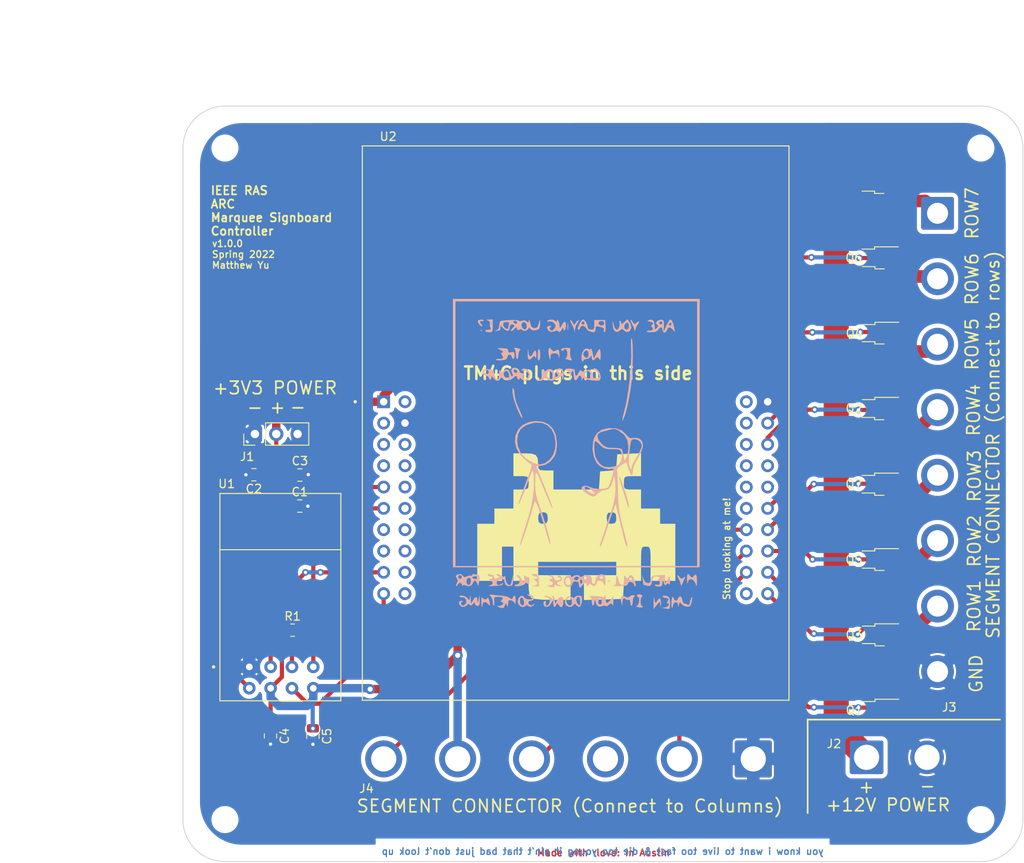
<source format=kicad_pcb>
(kicad_pcb (version 20211014) (generator pcbnew)
  (title_block (title "Marquee Signboard Controller") (date "2022-04-03") (rev "v1.0.0") (company "IEEE RAS UT") (comment 1 "Matthew Yu") (comment 2 "Launchpad Version"))
  (layers (0 "F.Cu" signal) (31 "B.Cu" signal) (34 "B.Paste" user) (35 "F.Paste" user) (36 "B.SilkS" user "B.Silkscreen") (37 "F.SilkS" user "F.Silkscreen") (38 "B.Mask" user) (39 "F.Mask" user) (44 "Edge.Cuts" user))
  (net 0 "")
  (net 1 "+3V3")
  (net 2 "GND")
  (net 3 "+12V")
  (net 4 "/ROW_PWR_7")
  (net 5 "/ROW_PWR_6")
  (net 6 "/ROW_PWR_5")
  (net 7 "/ROW_PWR_4")
  (net 8 "/ROW_PWR_3")
  (net 9 "/ROW_PWR_2")
  (net 10 "/ROW_PWR_1")
  (net 11 "/SEGMENT_STROBE")
  (net 13 "/SEGMENT_CLOCK")
  (net 14 "/SEGMENT_DATA")
  (net 15 "/ROW_EN_7")
  (net 16 "/ROW_EN_3")
  (net 17 "/ROW_EN_6")
  (net 18 "/ROW_EN_2")
  (net 19 "/ROW_EN_5")
  (net 20 "/ROW_EN_1")
  (net 21 "/ROW_EN_4")
  (net 22 "Net-(R1-Pad2)")
  (net 23 "/ESP_RXD")
  (net 24 "/ESP_IO2")
  (net 25 "/ESP_TXD")
  (net 26 "/~{ESP_RST}")
  (footprint "Capacitor_SMD:C_0805_2012Metric" (layer "F.Cu") (at 25.42 90.04 -90)
    (fp_text reference "C4" (at 0 -1.68 90) (layer "F.SilkS"))
    (fp_text value "1uF")
    (pad "1" smd roundrect (at -0.95 0 270) (size 1 1.45) (layers "F.Cu" "F.Paste" "F.Mask") (net 1 "+3V3"))
    (pad "2" smd roundrect (at 0.95 0 270) (size 1 1.45) (layers "F.Cu" "F.Paste" "F.Mask") (net 2 "GND"))
  )
  (footprint "Connector_PinHeader_2.54mm:PinHeader_1x03_P2.54mm_Vertical" (layer "F.Cu") (at 23.5675 54.065 90)
    (fp_text reference "J1" (at -2.7 -0.93 180) (layer "F.SilkS"))
    (fp_text value "Conn_01x03")
    (pad "1" thru_hole rect (at 0 0 90) (size 1.7 1.7) (drill 1) (layers *.Cu *.Mask) (net 2 "GND"))
    (pad "2" thru_hole oval (at 0 2.54 90) (size 1.7 1.7) (drill 1) (layers *.Cu *.Mask) (net 1 "+3V3"))
    (pad "3" thru_hole oval (at 0 5.08 90) (size 1.7 1.7) (drill 1) (layers *.Cu *.Mask) (net 2 "GND"))
  )
  (footprint "Connector_Wire:SolderWire-2.5sqmm_1x06_P8.8mm_D2.4mm_OD4.4mm" (layer "F.Cu") (at 82.9025 92.77 180)
    (fp_text reference "J4" (at 46.055 -3.535) (layer "F.SilkS"))
    (fp_text value "Conn_01x06")
    (pad "1" thru_hole roundrect (at 0 0 180) (size 4.4 4.4) (drill 3) (layers *.Cu *.Mask) (roundrect_rratio 0.056818) (net 2 "GND"))
    (pad "2" thru_hole circle (at 8.8 0 180) (size 4.4 4.4) (drill 3) (layers *.Cu *.Mask) (net 11 "/SEGMENT_STROBE"))
    (pad "3" thru_hole circle (at 17.6 0 180) (size 4.4 4.4) (drill 3) (layers *.Cu *.Mask))
    (pad "4" thru_hole circle (at 26.4 0 180) (size 4.4 4.4) (drill 3) (layers *.Cu *.Mask) (net 13 "/SEGMENT_CLOCK"))
    (pad "5" thru_hole circle (at 35.2 0 180) (size 4.4 4.4) (drill 3) (layers *.Cu *.Mask) (net 1 "+3V3"))
    (pad "6" thru_hole circle (at 44 0 180) (size 4.4 4.4) (drill 3) (layers *.Cu *.Mask) (net 14 "/SEGMENT_DATA"))
  )
  (footprint "Capacitor_SMD:C_0805_2012Metric" (layer "F.Cu") (at 28.925 58.955)
    (fp_text reference "C3" (at 0 -1.68) (layer "F.SilkS"))
    (fp_text value "100nF")
    (pad "1" smd roundrect (at -0.95 0) (size 1 1.45) (layers "F.Cu" "F.Paste" "F.Mask") (net 1 "+3V3"))
    (pad "2" smd roundrect (at 0.95 0) (size 1 1.45) (layers "F.Cu" "F.Paste" "F.Mask") (net 2 "GND"))
  )
  (footprint "Footprints:SolderWire-2sqmm_1x08_P7.8mm_D2mm_OD3.9mm" (layer "F.Cu") (at 104.8425 27.77 -90)
    (fp_text reference "J3" (at 58.855 -1.395 180) (layer "F.SilkS"))
    (fp_text value "Conn_01x08")
    (pad "1" thru_hole roundrect (at 0 0 270) (size 3.9 3.9) (drill 2.5) (layers *.Cu *.Mask) (roundrect_rratio 0.064103) (net 10 "/ROW_PWR_1"))
    (pad "2" thru_hole circle (at 7.8 0 270) (size 3.9 3.9) (drill 2.5) (layers *.Cu *.Mask) (net 9 "/ROW_PWR_2"))
    (pad "3" thru_hole circle (at 15.6 0 270) (size 3.9 3.9) (drill 2.5) (layers *.Cu *.Mask) (net 8 "/ROW_PWR_3"))
    (pad "4" thru_hole circle (at 23.4 0 270) (size 3.9 3.9) (drill 2.5) (layers *.Cu *.Mask) (net 7 "/ROW_PWR_4"))
    (pad "5" thru_hole circle (at 31.2 0 270) (size 3.9 3.9) (drill 2.5) (layers *.Cu *.Mask) (net 6 "/ROW_PWR_5"))
    (pad "6" thru_hole circle (at 39 0 270) (size 3.9 3.9) (drill 2.5) (layers *.Cu *.Mask) (net 5 "/ROW_PWR_6"))
    (pad "7" thru_hole circle (at 46.8 0 270) (size 3.9 3.9) (drill 2.5) (layers *.Cu *.Mask) (net 4 "/ROW_PWR_7"))
    (pad "8" thru_hole circle (at 54.6 0 270) (size 3.9 3.9) (drill 2.5) (layers *.Cu *.Mask) (net 2 "GND"))
  )
  (footprint "Footprints:XCVR_ESP8266-01_ESP-01" (layer "F.Cu") (at 26.7075 73.5)
    (fp_text reference "U1" (at -6.5025 -13.495) (layer "F.SilkS"))
    (fp_text value "ESP8266-01/ESP-01")
    (pad "1" thru_hole rect locked (at -3.81 8.31) (size 1.5 1.5) (drill 0.8) (layers *.Cu *.Mask) (net 2 "GND"))
    (pad "2" thru_hole circle locked (at -1.27 8.31) (size 1.5 1.5) (drill 0.8) (layers *.Cu *.Mask) (net 24 "/ESP_IO2"))
    (pad "3" thru_hole circle locked (at 1.27 8.31) (size 1.5 1.5) (drill 0.8) (layers *.Cu *.Mask) (net 22 "Net-(R1-Pad2)"))
    (pad "4" thru_hole circle locked (at 3.81 8.31) (size 1.5 1.5) (drill 0.8) (layers *.Cu *.Mask) (net 23 "/ESP_RXD"))
    (pad "5" thru_hole circle locked (at -3.81 10.85) (size 1.5 1.5) (drill 0.8) (layers *.Cu *.Mask) (net 25 "/ESP_TXD"))
    (pad "6" thru_hole circle locked (at -1.27 10.85) (size 1.5 1.5) (drill 0.8) (layers *.Cu *.Mask) (net 1 "+3V3"))
    (pad "7" thru_hole circle locked (at 1.27 10.85) (size 1.5 1.5) (drill 0.8) (layers *.Cu *.Mask) (net 26 "/~{ESP_RST}"))
    (pad "8" thru_hole circle locked (at 3.81 10.85) (size 1.5 1.5) (drill 0.8) (layers *.Cu *.Mask) (net 1 "+3V3"))
  )
  (footprint "MountingHole:MountingHole_2.2mm_M2" (layer "F.Cu") (at 20 20)
    (fp_text reference "H1" hide)
    (fp_text value "MountingHole")
    (pad "" np_thru_hole circle (at 0 0) (size 2.2 2.2) (drill 2.2) (layers *.Cu *.Mask))
  )
  (footprint "Capacitor_SMD:C_0805_2012Metric" (layer "F.Cu") (at 23.445 58.9175 180)
    (fp_text reference "C2" (at 0 -1.68) (layer "F.SilkS"))
    (fp_text value "1uF")
    (pad "1" smd roundrect (at -0.95 0 180) (size 1 1.45) (layers "F.Cu" "F.Paste" "F.Mask") (net 1 "+3V3"))
    (pad "2" smd roundrect (at 0.95 0 180) (size 1 1.45) (layers "F.Cu" "F.Paste" "F.Mask") (net 2 "GND"))
  )
  (footprint "Package_TO_SOT_SMD:TO-252-3_TabPin2" (layer "F.Cu") (at 94.9275 37.575 180)
    (fp_text reference "Q4" (at 0 -4.5) (layer "F.SilkS"))
    (fp_text value "MJD6039")
    (pad "1" smd rect (at -4.2 -2.28 180) (size 2.2 1.2) (layers "F.Cu" "F.Paste" "F.Mask") (net 18 "/ROW_EN_2"))
    (pad "2" smd rect (at 2.1 0 180) (size 6.4 5.8) (layers "F.Cu" "F.Mask") (net 3 "+12V"))
    (pad "2" smd rect (at -4.2 0 180) (size 2.2 1.2) (layers "F.Cu" "F.Paste" "F.Mask") (net 3 "+12V"))
    (pad "3" smd rect (at -4.2 2.28 180) (size 2.2 1.2) (layers "F.Cu" "F.Paste" "F.Mask") (net 9 "/ROW_PWR_2"))
  )
  (footprint "Footprints:MODULE_EK-TM4C123GXL" (layer "F.Cu") (at 61.755 52.765)
    (fp_text reference "U2" (at -22.325 -34.135) (layer "F.SilkS"))
    (fp_text value "EK-TM4C123GXL")
    (pad "J1_1" thru_hole rect locked (at -22.86 -2.54) (size 1.52 1.52) (drill 0.89) (layers *.Cu *.Mask) (net 1 "+3V3"))
    (pad "J1_2" thru_hole circle locked (at -22.86 0) (size 1.52 1.52) (drill 0.89) (layers *.Cu *.Mask))
    (pad "J1_3" thru_hole circle locked (at -22.86 2.54) (size 1.52 1.52) (drill 0.89) (layers *.Cu *.Mask))
    (pad "J1_4" thru_hole circle locked (at -22.86 5.08) (size 1.52 1.52) (drill 0.89) (layers *.Cu *.Mask))
    (pad "J1_5" thru_hole circle locked (at -22.86 7.62) (size 1.52 1.52) (drill 0.89) (layers *.Cu *.Mask) (net 25 "/ESP_TXD"))
    (pad "J1_6" thru_hole circle locked (at -22.86 10.16) (size 1.52 1.52) (drill 0.89) (layers *.Cu *.Mask) (net 23 "/ESP_RXD"))
    (pad "J1_7" thru_hole circle locked (at -22.86 12.7) (size 1.52 1.52) (drill 0.89) (layers *.Cu *.Mask))
    (pad "J1_8" thru_hole circle locked (at -22.86 15.24) (size 1.52 1.52) (drill 0.89) (layers *.Cu *.Mask))
    (pad "J1_9" thru_hole circle locked (at -22.86 17.78) (size 1.52 1.52) (drill 0.89) (layers *.Cu *.Mask) (net 24 "/ESP_IO2"))
    (pad "J1_10" thru_hole circle locked (at -22.86 20.32) (size 1.52 1.52) (drill 0.89) (layers *.Cu *.Mask) (net 26 "/~{ESP_RST}"))
    (pad "J2_1" thru_hole circle locked (at 22.86 -2.54) (size 1.52 1.52) (drill 0.89) (layers *.Cu *.Mask) (net 2 "GND"))
    (pad "J2_2" thru_hole circle locked (at 22.86 0) (size 1.52 1.52) (drill 0.89) (layers *.Cu *.Mask) (net 20 "/ROW_EN_1"))
    (pad "J2_3" thru_hole circle locked (at 22.86 2.54) (size 1.52 1.52) (drill 0.89) (layers *.Cu *.Mask) (net 18 "/ROW_EN_2"))
    (pad "J2_4" thru_hole circle locked (at 22.86 5.08) (size 1.52 1.52) (drill 0.89) (layers *.Cu *.Mask))
    (pad "J2_5" thru_hole circle locked (at 22.86 7.62) (size 1.52 1.52) (drill 0.89) (layers *.Cu *.Mask))
    (pad "J2_6" thru_hole circle locked (at 22.86 10.16) (size 1.52 1.52) (drill 0.89) (layers *.Cu *.Mask) (net 16 "/ROW_EN_3"))
    (pad "J2_7" thru_hole circle locked (at 22.86 12.7) (size 1.52 1.52) (drill 0.89) (layers *.Cu *.Mask) (net 21 "/ROW_EN_4"))
    (pad "J2_8" thru_hole circle locked (at 22.86 15.24) (size 1.52 1.52) (drill 0.89) (layers *.Cu *.Mask) (net 19 "/ROW_EN_5"))
    (pad "J2_9" thru_hole circle locked (at 22.86 17.78) (size 1.52 1.52) (drill 0.89) (layers *.Cu *.Mask) (net 17 "/ROW_EN_6"))
    (pad "J2_10" thru_hole circle locked (at 22.86 20.32) (size 1.52 1.52) (drill 0.89) (layers *.Cu *.Mask) (net 15 "/ROW_EN_7"))
    (pad "J3_1" thru_hole circle locked (at -20.32 -2.54) (size 1.52 1.52) (drill 0.89) (layers *.Cu *.Mask))
    (pad "J3_2" thru_hole circle locked (at -20.32 0) (size 1.52 1.52) (drill 0.89) (layers *.Cu *.Mask) (net 2 "GND"))
    (pad "J3_3" thru_hole circle locked (at -20.32 2.54) (size 1.52 1.52) (drill 0.89) (layers *.Cu *.Mask))
    (pad "J3_4" thru_hole circle locked (at -20.32 5.08) (size 1.52 1.52) (drill 0.89) (layers *.Cu *.Mask))
    (pad "J3_5" thru_hole circle locked (at -20.32 7.62) (size 1.52 1.52) (drill 0.89) (layers *.Cu *.Mask))
    (pad "J3_6" thru_hole circle locked (at -20.32 10.16) (size 1.52 1.52) (drill 0.89) (layers *.Cu *.Mask))
    (pad "J3_7" thru_hole circle locked (at -20.32 12.7) (size 1.52 1.52) (drill 0.89) (layers *.Cu *.Mask))
    (pad "J3_8" thru_hole circle locked (at -20.32 15.24) (size 1.52 1.52) (drill 0.89) (layers *.Cu *.Mask))
    (pad "J3_9" thru_hole circle locked (at -20.32 17.78) (size 1.52 1.52) (drill 0.89) (layers *.Cu *.Mask))
    (pad "J3_10" thru_hole circle locked (at -20.32 20.32) (size 1.52 1.52) (drill 0.89) (layers *.Cu *.Mask))
    (pad "J4_1" thru_hole circle locked (at 20.32 -2.54) (size 1.52 1.52) (drill 0.89) (layers *.Cu *.Mask))
    (pad "J4_2" thru_hole circle locked (at 20.32 0) (size 1.52 1.52) (drill 0.89) (layers *.Cu *.Mask))
    (pad "J4_3" thru_hole circle locked (at 20.32 2.54) (size 1.52 1.52) (drill 0.89) (layers *.Cu *.Mask))
    (pad "J4_4" thru_hole circle locked (at 20.32 5.08) (size 1.52 1.52) (drill 0.89) (layers *.Cu *.Mask))
    (pad "J4_5" thru_hole circle locked (at 20.32 7.62) (size 1.52 1.52) (drill 0.89) (layers *.Cu *.Mask))
    (pad "J4_6" thru_hole circle locked (at 20.32 10.16) (size 1.52 1.52) (drill 0.89) (layers *.Cu *.Mask))
    (pad "J4_7" thru_hole circle locked (at 20.32 12.7) (size 1.52 1.52) (drill 0.89) (layers *.Cu *.Mask) (net 14 "/SEGMENT_DATA"))
    (pad "J4_8" thru_hole circle locked (at 20.32 15.24) (size 1.52 1.52) (drill 0.89) (layers *.Cu *.Mask) (net 13 "/SEGMENT_CLOCK"))
    (pad "J4_9" thru_hole circle locked (at 20.32 17.78) (size 1.52 1.52) (drill 0.89) (layers *.Cu *.Mask) (net 11 "/SEGMENT_STROBE"))
    (pad "J4_10" thru_hole circle locked (at 20.32 20.32) (size 1.52 1.52) (drill 0.89) (layers *.Cu *.Mask))
  )
  (footprint "MountingHole:MountingHole_2.2mm_M2" (layer "F.Cu") (at 20 100)
    (fp_text reference "H3" hide)
    (fp_text value "MountingHole")
    (pad "" np_thru_hole circle (at 0 0) (size 2.2 2.2) (drill 2.2) (layers *.Cu *.Mask))
  )
  (footprint "Connector_Wire:SolderWire-2.5sqmm_1x02_P7.2mm_D2.4mm_OD3.6mm" (layer "F.Cu") (at 96.3925 92.585)
    (fp_text reference "J2" (at -3.875 -1.615) (layer "F.SilkS"))
    (fp_text value "Conn_01x02")
    (pad "1" thru_hole roundrect (at 0 0) (size 4 4) (drill 3) (layers *.Cu *.Mask) (roundrect_rratio 0.0625) (net 3 "+12V"))
    (pad "2" thru_hole circle (at 7.2 0) (size 4 4) (drill 3) (layers *.Cu *.Mask) (net 2 "GND"))
  )
  (footprint "Capacitor_SMD:C_0805_2012Metric" (layer "F.Cu") (at 30.47 90.075 -90)
    (fp_text reference "C5" (at 0 -1.68 90) (layer "F.SilkS"))
    (fp_text value "100nF")
    (pad "1" smd roundrect (at -0.95 0 270) (size 1 1.45) (layers "F.Cu" "F.Paste" "F.Mask") (net 1 "+3V3"))
    (pad "2" smd roundrect (at 0.95 0 270) (size 1 1.45) (layers "F.Cu" "F.Paste" "F.Mask") (net 2 "GND"))
  )
  (footprint "Package_TO_SOT_SMD:TO-252-3_TabPin2" (layer "F.Cu") (at 94.8825 55.545 180)
    (fp_text reference "Q7" (at 0 -4.5) (layer "F.SilkS"))
    (fp_text value "MJD6039")
    (pad "1" smd rect (at -4.2 -2.28 180) (size 2.2 1.2) (layers "F.Cu" "F.Paste" "F.Mask") (net 21 "/ROW_EN_4"))
    (pad "2" smd rect (at -4.2 0 180) (size 2.2 1.2) (layers "F.Cu" "F.Paste" "F.Mask") (net 3 "+12V"))
    (pad "2" smd rect (at 2.1 0 180) (size 6.4 5.8) (layers "F.Cu" "F.Mask") (net 3 "+12V"))
    (pad "3" smd rect (at -4.2 2.28 180) (size 2.2 1.2) (layers "F.Cu" "F.Paste" "F.Mask") (net 7 "/ROW_PWR_4"))
  )
  (footprint "Resistor_SMD:R_0805_2012Metric" (layer "F.Cu") (at 28.055 77.435)
    (fp_text reference "R1" (at 0 -1.65) (layer "F.SilkS"))
    (fp_text value "10k")
    (pad "1" smd roundrect (at -0.9125 0) (size 1.025 1.4) (layers "F.Cu" "F.Paste" "F.Mask") (roundrect_rratio 0.243902) (net 1 "+3V3"))
    (pad "2" smd roundrect (at 0.9125 0) (size 1.025 1.4) (layers "F.Cu" "F.Paste" "F.Mask") (roundrect_rratio 0.243902) (net 22 "Net-(R1-Pad2)"))
  )
  (footprint "MountingHole:MountingHole_2.2mm_M2" (layer "F.Cu") (at 110 100)
    (fp_text reference "H4" hide)
    (fp_text value "MountingHole")
    (pad "" np_thru_hole circle (at 0 0) (size 2.2 2.2) (drill 2.2) (layers *.Cu *.Mask))
  )
  (footprint "Package_TO_SOT_SMD:TO-252-3_TabPin2" (layer "F.Cu") (at 94.9275 82.485 180)
    (fp_text reference "Q1" (at 0 -4.5) (layer "F.SilkS"))
    (fp_text value "MJD6039")
    (pad "1" smd rect (at -4.2 -2.28 180) (size 2.2 1.2) (layers "F.Cu" "F.Paste" "F.Mask") (net 15 "/ROW_EN_7"))
    (pad "2" smd rect (at 2.1 0 180) (size 6.4 5.8) (layers "F.Cu" "F.Mask") (net 3 "+12V"))
    (pad "2" smd rect (at -4.2 0 180) (size 2.2 1.2) (layers "F.Cu" "F.Paste" "F.Mask") (net 3 "+12V"))
    (pad "3" smd rect (at -4.2 2.28 180) (size 2.2 1.2) (layers "F.Cu" "F.Paste" "F.Mask") (net 4 "/ROW_PWR_7"))
  )
  (footprint "Package_TO_SOT_SMD:TO-252-3_TabPin2" (layer "F.Cu") (at 94.8775 28.585 180)
    (fp_text reference "Q6" (at 0 -4.5) (layer "F.SilkS"))
    (fp_text value "MJD6039")
    (pad "1" smd rect (at -4.2 -2.28 180) (size 2.2 1.2) (layers "F.Cu" "F.Paste" "F.Mask") (net 20 "/ROW_EN_1"))
    (pad "2" smd rect (at 2.1 0 180) (size 6.4 5.8) (layers "F.Cu" "F.Mask") (net 3 "+12V"))
    (pad "2" smd rect (at -4.2 0 180) (size 2.2 1.2) (layers "F.Cu" "F.Paste" "F.Mask") (net 3 "+12V"))
    (pad "3" smd rect (at -4.2 2.28 180) (size 2.2 1.2) (layers "F.Cu" "F.Paste" "F.Mask") (net 10 "/ROW_PWR_1"))
  )
  (footprint "Package_TO_SOT_SMD:TO-252-3_TabPin2" (layer "F.Cu") (at 94.8925 64.545 180)
    (fp_text reference "Q5" (at 0 -4.5) (layer "F.SilkS"))
    (fp_text value "MJD6039")
    (pad "1" smd rect (at -4.2 -2.28 180) (size 2.2 1.2) (layers "F.Cu" "F.Paste" "F.Mask") (net 19 "/ROW_EN_5"))
    (pad "2" smd rect (at -4.2 0 180) (size 2.2 1.2) (layers "F.Cu" "F.Paste" "F.Mask") (net 3 "+12V"))
    (pad "2" smd rect (at 2.1 0 180) (size 6.4 5.8) (layers "F.Cu" "F.Mask") (net 3 "+12V"))
    (pad "3" smd rect (at -4.2 2.28 180) (size 2.2 1.2) (layers "F.Cu" "F.Paste" "F.Mask") (net 6 "/ROW_PWR_5"))
  )
  (footprint "MountingHole:MountingHole_2.2mm_M2" (layer "F.Cu") (at 110 20)
    (fp_text reference "H2" hide)
    (fp_text value "MountingHole")
    (pad "" np_thru_hole circle (at 0 0) (size 2.2 2.2) (drill 2.2) (layers *.Cu *.Mask))
  )
  (footprint "Package_TO_SOT_SMD:TO-252-3_TabPin2" (layer "F.Cu") (at 94.9125 73.5 180)
    (fp_text reference "Q3" (at 0 -4.5) (layer "F.SilkS"))
    (fp_text value "MJD6039")
    (pad "1" smd rect (at -4.2 -2.28 180) (size 2.2 1.2) (layers "F.Cu" "F.Paste" "F.Mask") (net 17 "/ROW_EN_6"))
    (pad "2" smd rect (at -4.2 0 180) (size 2.2 1.2) (layers "F.Cu" "F.Paste" "F.Mask") (net 3 "+12V"))
    (pad "2" smd rect (at 2.1 0 180) (size 6.4 5.8) (layers "F.Cu" "F.Mask") (net 3 "+12V"))
    (pad "3" smd rect (at -4.2 2.28 180) (size 2.2 1.2) (layers "F.Cu" "F.Paste" "F.Mask") (net 5 "/ROW_PWR_6"))
  )
  (footprint "Footprints:space_invader" (layer "F.Cu") (at 61.603215 64.530924)
    (fp_text reference "G***")
    (fp_text value "LOGO" hide)
  )
  (footprint "Capacitor_SMD:C_0805_2012Metric" (layer "F.Cu") (at 28.91 62.6475)
    (fp_text reference "C1" (at 0 -1.68) (layer "F.SilkS"))
    (fp_text value "10uF")
    (pad "1" smd roundrect (at -0.95 0) (size 1 1.45) (layers "F.Cu" "F.Paste" "F.Mask") (net 1 "+3V3"))
    (pad "2" smd roundrect (at 0.95 0) (size 1 1.45) (layers "F.Cu" "F.Paste" "F.Mask") (net 2 "GND"))
  )
  (footprint "Package_TO_SOT_SMD:TO-252-3_TabPin2" (layer "F.Cu") (at 94.9075 46.52 180)
    (fp_text reference "Q2" (at 0 -4.5) (layer "F.SilkS"))
    (fp_text value "MJD6039")
    (pad "1" smd rect (at -4.2 -2.28 180) (size 2.2 1.2) (layers "F.Cu" "F.Paste" "F.Mask") (net 16 "/ROW_EN_3"))
    (pad "2" smd rect (at -4.2 0 180) (size 2.2 1.2) (layers "F.Cu" "F.Paste" "F.Mask") (net 3 "+12V"))
    (pad "2" smd rect (at 2.1 0 180) (size 6.4 5.8) (layers "F.Cu" "F.Mask") (net 3 "+12V"))
    (pad "3" smd rect (at -4.2 2.28 180) (size 2.2 1.2) (layers "F.Cu" "F.Paste" "F.Mask") (net 8 "/ROW_PWR_3"))
  )
  (footprint "Footprints:xkcd_2576" (layer "B.Cu") (at 61.83 56.175 180)
    (fp_text reference "G***" hide)
    (fp_text value "LOGO" hide)
  )
  (gr_line (start 89.3775 88.09) (end 112.2775 88.09) (layer "F.SilkS") (width 0.2))
  (gr_line (start 89.3775 88.05) (end 89.3775 99.23) (layer "F.SilkS") (width 0.2))
  (gr_line (start 15 20) (end 15 100) (layer "Edge.Cuts") (width 0.1))
  (gr_arc (start 110 15) (mid 113.535534 16.464466) (end 115 20) (layer "Edge.Cuts") (width 0.1))
  (gr_arc (start 20 105) (mid 16.464466 103.535534) (end 15 100) (layer "Edge.Cuts") (width 0.1))
  (gr_arc (start 15 20) (mid 16.464466 16.464466) (end 20 15) (layer "Edge.Cuts") (width 0.1))
  (gr_arc (start 115 100) (mid 113.535534 103.535534) (end 110 105) (layer "Edge.Cuts") (width 0.1))
  (gr_line (start 20 105) (end 110 105) (layer "Edge.Cuts") (width 0.1))
  (gr_line (start 115 20) (end 115 100) (layer "Edge.Cuts") (width 0.1))
  (gr_line (start 20 15) (end 110 15) (layer "Edge.Cuts") (width 0.1))
  (gr_text "Made with :love: in Austin" (at 65.07 103.955) (layer "F.Cu") (effects (font (size 0.8 0.8))))
  (gr_text "you know i want to live too fast & die too young it ain't that bad just don't look up" (at 64.965 103.785) (layer "B.Cu") (effects (font (size 0.8 0.8)) (justify mirror)))
  (gr_text "ROW6" (at 108.9475 35.61 90) (layer "F.SilkS") (effects (font (size 1.5 1.5) (thickness 0.2))))
  (gr_text "SEGMENT CONNECTOR (Connect to Columns)" (at 61.0525 98.39) (layer "F.SilkS") (effects (font (size 1.5 1.5) (thickness 0.2))))
  (gr_text "TM4C plugs in this side" (at 62.045 46.835) (layer "F.SilkS") (effects (font (size 1.5 1.5) (thickness 0.3))))
  (gr_text "ROW3" (at 109.2275 59.065 90) (layer "F.SilkS") (effects (font (size 1.5 1.5) (thickness 0.2))))
  (gr_text "+" (at 26.2575 50.87) (layer "F.SilkS") (effects (font (size 1.5 1.5) (thickness 0.2))))
  (gr_text "ROW1" (at 109.1925 74.565 90) (layer "F.SilkS") (effects (font (size 1.5 1.5) (thickness 0.2))))
  (gr_text "-" (at 23.5625 50.87) (layer "F.SilkS") (effects (font (size 1.5 1.5) (thickness 0.2))))
  (gr_text "v1.0.0\nSpring 2022\nMatthew Yu" (at 18.37 32.665) (layer "F.SilkS") (effects (font (size 0.8 0.8)) (justify left)))
  (gr_text "-\n" (at 103.6425 95.975) (layer "F.SilkS") (effects (font (size 1.5 1.5) (thickness 0.2))))
  (gr_text "+3V3 POWER" (at 25.9625 48.58) (layer "F.SilkS") (effects (font (size 1.5 1.5) (thickness 0.2))))
  (gr_text "ROW5" (at 108.9475 43.365 90) (layer "F.SilkS") (effects (font (size 1.5 1.5) (thickness 0.2))))
  (gr_text "+" (at 96.3775 96.09) (layer "F.SilkS") (effects (font (size 1.5 1.5) (thickness 0.2))))
  (gr_text "ROW7" (at 108.9475 27.765 90) (layer "F.SilkS") (effects (font (size 1.5 1.5) (thickness 0.2))))
  (gr_text "Stop looking at me!" (at 79.74 67.745 90) (layer "F.SilkS") (effects (font (size 0.8 0.8))))
  (gr_text "ROW4" (at 109.1325 51.215 90) (layer "F.SilkS") (effects (font (size 1.5 1.5) (thickness 0.2))))
  (gr_text "-" (at 28.6775 50.84) (layer "F.SilkS") (effects (font (size 1.5 1.5) (thickness 0.2))))
  (gr_text "ROW2" (at 109.2275 66.82 90) (layer "F.SilkS") (effects (font (size 1.5 1.5) (thickness 0.2))))
  (gr_text "IEEE RAS\nARC\nMarquee Signboard \nController" (at 18.2 27.48) (layer "F.SilkS") (effects (font (size 1 1) (thickness 0.2)) (justify left)))
  (gr_text "+12V POWER" (at 98.9525 98.265) (layer "F.SilkS") (effects (font (size 1.5 1.5) (thickness 0.2))))
  (gr_text "GND" (at 109.4275 82.615 90) (layer "F.SilkS") (effects (font (size 1.5 1.5) (thickness 0.2))))
  (gr_text "SEGMENT CONNECTOR (Connect to rows)" (at 111.4525 55.345 90) (layer "F.SilkS") (effects (font (size 1.5 1.5) (thickness 0.2))))
  (segment (start 26.225 57.205) (end 27.975 58.955) (width 0.5) (layer "F.Cu") (net 1))
  (segment (start 26.1075 57.205) (end 26.225 57.205) (width 0.5) (layer "F.Cu") (net 1))
  (segment (start 42.29 47.57) (end 47.705 52.985) (width 1) (layer "F.Cu") (net 1))
  (segment (start 27.96 62.6475) (end 27.96 58.97) (width 0.5) (layer "F.Cu") (net 1))
  (segment (start 38.895 50.225) (end 38.895 49.455) (width 1) (layer "F.Cu") (net 1))
  (segment (start 26.1075 54.065) (end 26.1075 51.4325) (width 1) (layer "F.Cu") (net 1))
  (segment (start 26.777989 83.009511) (end 25.4375 84.35) (width 0.5) (layer "F.Cu") (net 1))
  (segment (start 27.1425 77.435) (end 26.777989 77.799511) (width 0.5) (layer "F.Cu") (net 1))
  (segment (start 37.285 84.46) (end 43.675 84.46) (width 1) (layer "F.Cu") (net 1))
  (segment (start 26.777989 77.799511) (end 26.777989 83.009511) (width 0.5) (layer "F.Cu") (net 1))
  (segment (start 26.1075 54.065) (end 26.1075 57.205) (width 0.5) (layer "F.Cu") (net 1))
  (segment (start 47.705 52.985) (end 47.705 80.43) (width 1) (layer "F.Cu") (net 1))
  (segment (start 25.4375 84.35) (end 25.4375 89.0725) (width 0.5) (layer "F.Cu") (net 1))
  (segment (start 40.78 47.57) (end 42.29 47.57) (width 1) (layer "F.Cu") (net 1))
  (segment (start 38.895 49.455) (end 40.78 47.57) (width 1) (layer "F.Cu") (net 1))
  (segment (start 43.675 84.46) (end 47.705 80.43) (width 1) (layer "F.Cu") (net 1))
  (segment (start 26.1075 51.4325) (end 27.315 50.225) (width 1) (layer "F.Cu") (net 1))
  (segment (start 26.1075 57.205) (end 24.395 58.9175) (width 0.5) (layer "F.Cu") (net 1))
  (segment (start 27.315 50.225) (end 38.895 50.225) (width 1) (layer "F.Cu") (net 1))
  (via (at 47.705 80.43) (size 1.2) (drill 0.6) (layers "F.Cu" "B.Cu") (net 1))
  (via (at 30.475 89.145) (size 0.8) (drill 0.4) (layers "F.Cu" "B.Cu") (net 1))
  (via (at 37.285 84.46) (size 1.2) (drill 0.6) (layers "F.Cu" "B.Cu") (net 1))
  (segment (start 26.41 86.465) (end 25.4375 85.4925) (width 1) (layer "B.Cu") (net 1))
  (segment (start 29.775 86.465) (end 26.41 86.465) (width 1) (layer "B.Cu") (net 1))
  (segment (start 30.5175 84.35) (end 30.5175 85.7225) (width 1) (layer "B.Cu") (net 1))
  (segment (start 30.5175 85.7225) (end 29.775 86.465) (width 1) (layer "B.Cu") (net 1))
  (segment (start 37.175 84.35) (end 37.285 84.46) (width 1) (layer "B.Cu") (net 1))
  (segment (start 47.7025 92.77) (end 47.7025 80.4325) (width 1) (layer "B.Cu") (net 1))
  (segment (start 30.5175 84.35) (end 37.175 84.35) (width 1) (layer "B.Cu") (net 1))
  (segment (start 30.445 89.21) (end 30.445 84.4225) (width 0.5) (layer "B.Cu") (net 1))
  (segment (start 25.4375 85.4925) (end 25.4375 84.35) (width 1) (layer "B.Cu") (net 1))
  (segment (start 47.7025 80.4325) (end 47.705 80.43) (width 1) (layer "B.Cu") (net 1))
  (via (at 29.92 58.905) (size 0.8) (drill 0.4) (layers "F.Cu" "B.Cu") (net 2))
  (via (at 30.475 91.03) (size 0.8) (drill 0.4) (layers "F.Cu" "B.Cu") (net 2))
  (via (at 29.87 62.66) (size 0.8) (drill 0.4) (layers "F.Cu" "B.Cu") (net 2))
  (via (at 25.425 91.01) (size 0.8) (drill 0.4) (layers "F.Cu" "B.Cu") (net 2))
  (via (at 22.495 58.9175) (size 0.8) (drill 0.4) (layers "F.Cu" "B.Cu") (net 2))
  (segment (start 99.1075 46.52) (end 92.8075 46.52) (width 1.5) (layer "F.Cu") (net 3))
  (segment (start 99.0925 64.545) (end 92.7925 64.545) (width 1.5) (layer "F.Cu") (net 3))
  (segment (start 92.7775 88.97) (end 96.3925 92.585) (width 3) (layer "F.Cu") (net 3))
  (segment (start 99.1275 37.575) (end 92.8275 37.575) (width 1.5) (layer "F.Cu") (net 3))
  (segment (start 92.7775 28.585) (end 92.7775 88.97) (width 3) (layer "F.Cu") (net 3))
  (segment (start 99.1125 73.5) (end 92.8125 73.5) (width 1.5) (layer "F.Cu") (net 3))
  (segment (start 99.0775 28.585) (end 92.7775 28.585) (width 1.5) (layer "F.Cu") (net 3))
  (segment (start 99.1275 82.485) (end 92.8275 82.485) (width 1.5) (layer "F.Cu") (net 3))
  (segment (start 99.0825 55.545) (end 92.7825 55.545) (width 1.5) (layer "F.Cu") (net 3))
  (segment (start 99.2075 80.205) (end 104.8425 74.57) (width 1.5) (layer "F.Cu") (net 4))
  (segment (start 99.1275 80.205) (end 99.2075 80.205) (width 1.5) (layer "F.Cu") (net 4))
  (segment (start 99.1125 71.22) (end 100.3925 71.22) (width 1.5) (layer "F.Cu") (net 5))
  (segment (start 100.3925 71.22) (end 104.8425 66.77) (width 1.5) (layer "F.Cu") (net 5))
  (segment (start 101.5475 62.265) (end 104.8425 58.97) (width 1.5) (layer "F.Cu") (net 6))
  (segment (start 99.0925 62.265) (end 101.5475 62.265) (width 1.5) (layer "F.Cu") (net 6))
  (segment (start 102.7475 53.265) (end 104.8425 51.17) (width 1.5) (layer "F.Cu") (net 7))
  (segment (start 99.0825 53.265) (end 102.7475 53.265) (width 1.5) (layer "F.Cu") (net 7))
  (segment (start 99.1075 44.24) (end 103.9725 44.24) (width 1.5) (layer "F.Cu") (net 8))
  (segment (start 103.9725 44.24) (end 104.8425 43.37) (width 1.5) (layer "F.Cu") (net 8))
  (segment (start 99.1275 35.295) (end 104.5675 35.295) (width 1.5) (layer "F.Cu") (net 9))
  (segment (start 99.0775 26.305) (end 103.3775 26.305) (width 1.5) (layer "F.Cu") (net 10))
  (segment (start 103.3775 26.305) (end 104.8425 27.77) (width 1.5) (layer "F.Cu") (net 10))
  (segment (start 74.1025 78.5175) (end 82.075 70.545) (width 0.5) (layer "F.Cu") (net 11))
  (segment (start 74.1025 92.77) (end 74.1025 78.5175) (width 0.5) (layer "F.Cu") (net 11))
  (segment (start 82.075 68.005) (end 57.31 92.77) (width 0.5) (layer "F.Cu") (net 13))
  (segment (start 66.2075 65.465) (end 38.9025 92.77) (width 0.5) (layer "F.Cu") (net 14))
  (segment (start 82.075 65.465) (end 66.2075 65.465) (width 0.5) (layer "F.Cu") (net 14))
  (segment (start 88.43 78.995) (end 88.43 85.56) (width 0.5) (layer "F.Cu") (net 15))
  (segment (start 95.42 86.66) (end 97.2325 86.66) (width 0.5) (layer "F.Cu") (net 15))
  (segment (start 84.615 73.085) (end 87.24 75.71) (width 0.5) (layer "F.Cu") (net 15))
  (segment (start 88.43 85.56) (end 89.49 86.62) (width 0.5) (layer "F.Cu") (net 15))
  (segment (start 89.49 86.62) (end 90.125 86.62) (width 0.5) (layer "F.Cu") (net 15))
  (segment (start 87.24 77.805) (end 88.43 78.995) (width 0.5) (layer "F.Cu") (net 15))
  (segment (start 87.24 75.71) (end 87.24 77.805) (width 0.5) (layer "F.Cu") (net 15))
  (segment (start 97.2325 86.66) (end 99.1275 84.765) (width 0.5) (layer "F.Cu") (net 15))
  (via (at 95.42 86.66) (size 0.8) (drill 0.4) (layers "F.Cu" "B.Cu") (net 15))
  (via (at 90.125 86.62) (size 0.8) (drill 0.4) (layers "F.Cu" "B.Cu") (net 15))
  (segment (start 95.38 86.62) (end 95.42 86.66) (width 0.5) (layer "B.Cu") (net 15))
  (segment (start 90.125 86.62) (end 95.38 86.62) (width 0.5) (layer "B.Cu") (net 15))
  (segment (start 89.39 51.16) (end 86.895 53.655) (width 0.5) (layer "F.Cu") (net 16))
  (segment (start 90.215 51.16) (end 89.39 51.16) (width 0.5) (layer "F.Cu") (net 16))
  (segment (start 95.43 51.2) (end 96.7075 51.2) (width 0.5) (layer "F.Cu") (net 16))
  (segment (start 86.895 60.645) (end 84.615 62.925) (width 0.5) (layer "F.Cu") (net 16))
  (segment (start 96.7075 51.2) (end 99.1075 48.8) (width 0.5) (layer "F.Cu") (net 16))
  (segment (start 86.895 53.655) (end 86.895 60.645) (width 0.5) (layer "F.Cu") (net 16))
  (via (at 90.215 51.16) (size 0.8) (drill 0.4) (layers "F.Cu" "B.Cu") (net 16))
  (via (at 95.43 51.2) (size 0.8) (drill 0.4) (layers "F.Cu" "B.Cu") (net 16))
  (segment (start 95.39 51.16) (end 95.43 51.2) (width 0.5) (layer "B.Cu") (net 16))
  (segment (start 90.215 51.16) (end 95.39 51.16) (width 0.5) (layer "B.Cu") (net 16))
  (segment (start 84.615 70.545) (end 88.585 74.515) (width 0.5) (layer "F.Cu") (net 17))
  (segment (start 88.585 76.54) (end 89.89 77.845) (width 0.5) (layer "F.Cu") (net 17))
  (segment (start 89.89 77.845) (end 90.125 77.845) (width 0.5) (layer "F.Cu") (net 17))
  (segment (start 97.485 75.78) (end 95.34 77.925) (width 0.5) (layer "F.Cu") (net 17))
  (segment (start 88.585 74.515) (end 88.585 76.54) (width 0.5) (layer "F.Cu") (net 17))
  (segment (start 99.1125 75.78) (end 97.485 75.78) (width 0.5) (layer "F.Cu") (net 17))
  (via (at 95.34 77.925) (size 0.8) (drill 0.4) (layers "F.Cu" "B.Cu") (net 17))
  (via (at 90.125 77.845) (size 0.8) (drill 0.4) (layers "F.Cu" "B.Cu") (net 17))
  (segment (start 90.205 77.925) (end 90.125 77.845) (width 0.5) (layer "B.Cu") (net 17))
  (segment (start 95.34 77.925) (end 90.205 77.925) (width 0.5) (layer "B.Cu") (net 17))
  (segment (start 87.725 51.4) (end 87.725 43.14) (width 0.5) (layer "F.Cu") (net 18))
  (segment (start 84.615 54.51) (end 87.725 51.4) (width 0.5) (layer "F.Cu") (net 18))
  (segment (start 84.615 55.305) (end 84.615 54.51) (width 0.5) (layer "F.Cu") (net 18))
  (segment (start 95.63 41.915) (end 97.0675 41.915) (width 0.5) (layer "F.Cu") (net 18))
  (segment (start 88.91 41.955) (end 89.94 41.955) (width 0.5) (layer "F.Cu") (net 18))
  (segment (start 97.0675 41.915) (end 99.1275 39.855) (width 0.5) (layer "F.Cu") (net 18))
  (segment (start 87.725 43.14) (end 88.91 41.955) (width 0.5) (layer "F.Cu") (net 18))
  (via (at 89.94 41.955) (size 0.8) (drill 0.4) (layers "F.Cu" "B.Cu") (net 18))
  (via (at 95.63 41.915) (size 0.8) (drill 0.4) (layers "F.Cu" "B.Cu") (net 18))
  (segment (start 89.94 41.955) (end 95.59 41.955) (width 0.5) (layer "B.Cu") (net 18))
  (segment (start 95.59 41.955) (end 95.63 41.915) (width 0.5) (layer "B.Cu") (net 18))
  (segment (start 84.615 68.005) (end 88.96 68.005) (width 0.5) (layer "F.Cu") (net 19))
  (segment (start 96.9175 69) (end 99.0925 66.825) (width 0.5) (layer "F.Cu") (net 19))
  (segment (start 95.45 69) (end 96.9175 69) (width 0.5) (layer "F.Cu") (net 19))
  (segment (start 88.96 68.005) (end 89.955 69) (width 0.5) (layer "F.Cu") (net 19))
  (via (at 95.45 69) (size 0.8) (drill 0.4) (layers "F.Cu" "B.Cu") (net 19))
  (via (at 89.955 69) (size 0.8) (drill 0.4) (layers "F.Cu" "B.Cu") (net 19))
  (segment (start 89.955 69) (end 95.45 69) (width 0.5) (layer "B.Cu") (net 19))
  (segment (start 86.225 51.155) (end 86.34 51.04) (width 0.5) (layer "F.Cu") (net 20))
  (segment (start 84.615 52.765) (end 86.225 51.155) (width 0.5) (layer "F.Cu") (net 20))
  (segment (start 88.31 33.025) (end 89.82 33.025) (width 0.5) (layer "F.Cu") (net 20))
  (segment (start 86.34 34.995) (end 88.31 33.025) (width 0.5) (layer "F.Cu") (net 20))
  (segment (start 86.34 51.04) (end 86.34 34.995) (width 0.5) (layer "F.Cu") (net 20))
  (segment (start 95.55 33.1) (end 96.8425 33.1) (width 0.5) (layer "F.Cu") (net 20))
  (segment (start 96.8425 33.1) (end 99.0775 30.865) (width 0.5) (layer "F.Cu") (net 20))
  (via (at 89.82 33.025) (size 0.8) (drill 0.4) (layers "F.Cu" "B.Cu") (net 20))
  (via (at 95.55 33.1) (size 0.8) (drill 0.4) (layers "F.Cu" "B.Cu") (net 20))
  (segment (start 95.475 33.025) (end 95.55 33.1) (width 0.5) (layer "B.Cu") (net 20))
  (segment (start 89.82 33.025) (end 95.475 33.025) (width 0.5) (layer "B.Cu") (net 20))
  (segment (start 96.9175 59.99) (end 99.0825 57.825) (width 0.5) (layer "F.Cu") (net 21))
  (segment (start 84.615 65.465) (end 90.05 60.03) (width 0.5) (layer "F.Cu") (net 21))
  (segment (start 95.41 59.99) (end 96.9175 59.99) (width 0.5) (layer "F.Cu") (net 21))
  (segment (start 90.05 60.03) (end 90.115 60.03) (width 0.5) (layer "F.Cu") (net 21))
  (via (at 95.41 59.99) (size 0.8) (drill 0.4) (layers "F.Cu" "B.Cu") (net 21))
  (via (at 90.115 60.03) (size 0.8) (drill 0.4) (layers "F.Cu" "B.Cu") (net 21))
  (segment (start 95.37 60.03) (end 95.41 59.99) (width 0.5) (layer "B.Cu") (net 21))
  (segment (start 90.115 60.03) (end 95.37 60.03) (width 0.5) (layer "B.Cu") (net 21))
  (segment (start 27.9775 81.81) (end 27.9775 78.425) (width 0.5) (layer "F.Cu") (net 22))
  (segment (start 27.9775 78.425) (end 28.9675 77.435) (width 0.5) (layer "F.Cu") (net 22))
  (segment (start 35.98 62.925) (end 38.895 62.925) (width 0.5) (layer "F.Cu") (net 23))
  (segment (start 30.5175 68.3875) (end 35.98 62.925) (width 0.5) (layer "F.Cu") (net 23))
  (segment (start 30.5175 81.81) (end 30.5175 68.3875) (width 0.5) (layer "F.Cu") (net 23))
  (segment (start 31.372 70.545) (end 38.895 70.545) (width 0.5) (layer "F.Cu") (net 24))
  (segment (start 25.4375 81.81) (end 25.4375 74.7025) (width 0.5) (layer "F.Cu") (net 24))
  (segment (start 31.367 70.55) (end 31.372 70.545) (width 0.5) (layer "F.Cu") (net 24))
  (segment (start 25.4375 74.7025) (end 29.59 70.55) (width 0.5) (layer "F.Cu") (net 24))
  (via (at 29.59 70.55) (size 0.8) (drill 0.4) (layers "F.Cu" "B.Cu") (net 24))
  (via (at 31.367 70.55) (size 0.8) (drill 0.4) (layers "F.Cu" "B.Cu") (net 24))
  (segment (start 29.59 70.55) (end 31.367 70.55) (width 0.5) (layer "B.Cu") (net 24))
  (segment (start 21.455 76.46073) (end 37.53073 60.385) (width 0.5) (layer "F.Cu") (net 25))
  (segment (start 22.8975 84.35) (end 21.455 82.9075) (width 0.5) (layer "F.Cu") (net 25))
  (segment (start 37.53073 60.385) (end 38.895 60.385) (width 0.5) (layer "F.Cu") (net 25))
  (segment (start 21.455 82.9075) (end 21.455 76.46073) (width 0.5) (layer "F.Cu") (net 25))
  (segment (start 27.9775 84.35) (end 29.8275 86.2) (width 0.5) (layer "F.Cu") (net 26))
  (segment (start 29.8275 86.2) (end 31.275 86.2) (width 0.5) (layer "F.Cu") (net 26))
  (segment (start 31.275 86.2) (end 38.895 78.58) (width 0.5) (layer "F.Cu") (net 26))
  (segment (start 38.895 78.58) (end 38.895 73.085) (width 0.5) (layer "F.Cu") (net 26))
  (zone (net 2) (net_name "GND") (layer "B.Cu") (connect_pads (clearance 0.508)) (min_thickness 0.254) (fill yes (thermal_gap 0.25) (thermal_bridge_width 1.5) (smoothing fillet) (radius 5))
    (polygon (pts (xy 112.96985 102.99498) (xy 17.029997 102.995) (xy 17.03071 17.023851) (xy 112.970563 16.998831)))
  )
)
</source>
